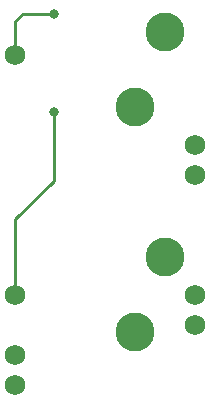
<source format=gbr>
%TF.GenerationSoftware,KiCad,Pcbnew,(6.0.7-1)-1*%
%TF.CreationDate,2022-12-25T16:24:34+07:00*%
%TF.ProjectId,pcb,7063622e-6b69-4636-9164-5f7063625858,rev?*%
%TF.SameCoordinates,Original*%
%TF.FileFunction,Copper,L2,Bot*%
%TF.FilePolarity,Positive*%
%FSLAX46Y46*%
G04 Gerber Fmt 4.6, Leading zero omitted, Abs format (unit mm)*
G04 Created by KiCad (PCBNEW (6.0.7-1)-1) date 2022-12-25 16:24:34*
%MOMM*%
%LPD*%
G01*
G04 APERTURE LIST*
%TA.AperFunction,ComponentPad*%
%ADD10C,1.752600*%
%TD*%
%TA.AperFunction,ComponentPad*%
%ADD11C,3.300000*%
%TD*%
%TA.AperFunction,ViaPad*%
%ADD12C,0.800000*%
%TD*%
%TA.AperFunction,Conductor*%
%ADD13C,0.250000*%
%TD*%
G04 APERTURE END LIST*
D10*
%TO.P,U1,3,GND*%
%TO.N,GND*%
X136525000Y-83343750D03*
%TO.P,U1,4,GND*%
X136525000Y-80803750D03*
%TO.P,U1,8,5/PC6*%
%TO.N,sw2*%
X136525000Y-70643750D03*
%TO.P,U1,9,6/PD7*%
%TO.N,sw1*%
X136525000Y-68103750D03*
%TO.P,U1,13,10/PB6*%
%TO.N,led 1*%
X121285000Y-60483750D03*
%TO.P,U1,21,VCC*%
%TO.N,vcc1*%
X121285000Y-80803750D03*
%TO.P,U1,23,GND*%
%TO.N,GND*%
X121285000Y-85883750D03*
%TO.P,U1,24,RAW*%
%TO.N,unconnected-(U1-Pad24)*%
X121285000Y-88423750D03*
%TD*%
D11*
%TO.P,SW2,1,1*%
%TO.N,GND*%
X131445000Y-83978750D03*
%TO.P,SW2,2,2*%
%TO.N,sw2*%
X133985000Y-77628750D03*
%TD*%
%TO.P,SW1,1,1*%
%TO.N,sw1*%
X131445000Y-64928750D03*
%TO.P,SW1,2,2*%
%TO.N,GND*%
X133985000Y-58578750D03*
%TD*%
D12*
%TO.N,vcc1*%
X124575000Y-65290000D03*
%TO.N,led 1*%
X124575000Y-56991250D03*
%TD*%
D13*
%TO.N,vcc1*%
X124575000Y-71120000D02*
X121285000Y-74410000D01*
X124575000Y-65290000D02*
X124575000Y-71120000D01*
X121285000Y-80803750D02*
X121285000Y-74410000D01*
%TO.N,led 1*%
X121285000Y-60483750D02*
X121285000Y-57626250D01*
X121920000Y-56991250D02*
X124575000Y-56991250D01*
X121285000Y-57626250D02*
X121920000Y-56991250D01*
%TD*%
M02*

</source>
